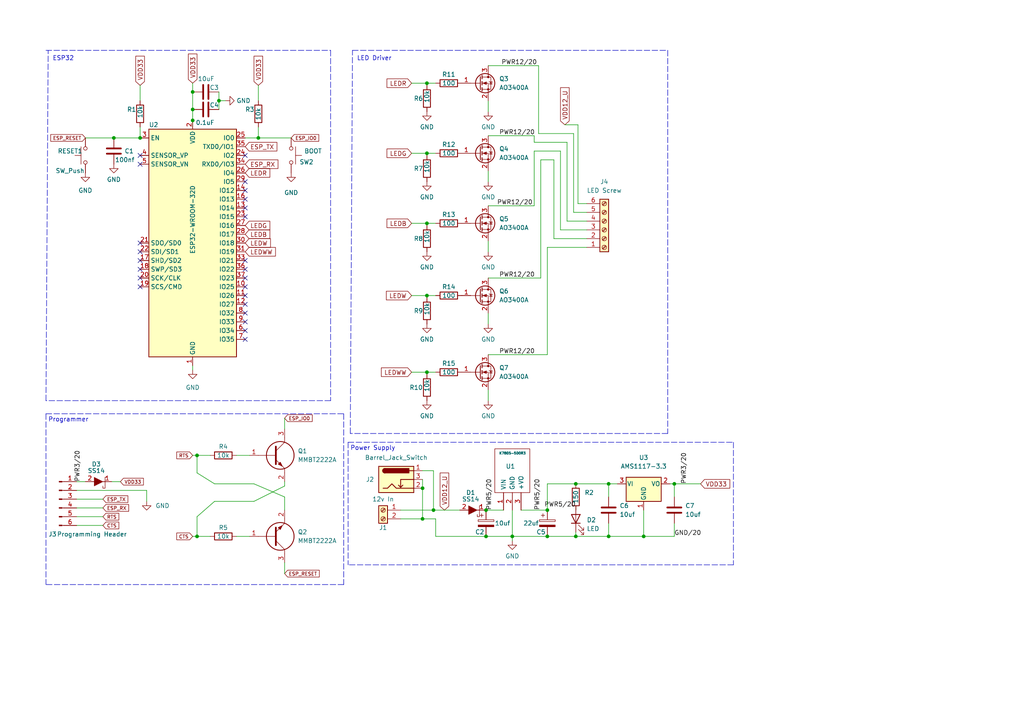
<source format=kicad_sch>
(kicad_sch (version 20211123) (generator eeschema)
  (paper "A4")
  (title_block (title "SmartRV-ESP32RGBWW") (date "2022-02-16") (rev "V1.0") (company "SmartRV") (comment 1 "Robin Brown") (comment 2 "robin@smartrv.uk") (comment 3 "www.smartrv.uk"))
  (lib_symbols
    (symbol "Connector:Barrel_Jack_Switch" (pin_names hide)
      (property "Reference" "J" (at 0 5.334 0))
      (property "Value" "Barrel_Jack_Switch" (at 0 -5.08 0))
      (symbol "Barrel_Jack_Switch_0_1"
        (rectangle (start -5.08 3.81) (end 5.08 -3.81) (stroke (width 0.254)) (fill (type background)))
        (arc (start -3.302 3.175) (mid -3.937 2.54) (end -3.302 1.905) (stroke (width 0.254)))
        (arc (start -3.302 3.175) (mid -3.937 2.54) (end -3.302 1.905) (stroke (width 0.254)) (fill (type outline)))
        (polyline (pts (xy 1.27 -2.286) (xy 1.905 -1.651)) (stroke (width 0.254)))
        (polyline (pts (xy 5.08 2.54) (xy 3.81 2.54)) (stroke (width 0.254)))
        (polyline (pts (xy 5.08 0) (xy 1.27 0) (xy 1.27 -2.286) (xy 0.635 -1.651)) (stroke (width 0.254)))
        (polyline (pts (xy -3.81 -2.54) (xy -2.54 -2.54) (xy -1.27 -1.27) (xy 0 -2.54) (xy 2.54 -2.54) (xy 5.08 -2.54)) (stroke (width 0.254)))
        (rectangle (start 3.683 3.175) (end -3.302 1.905) (stroke (width 0.254)) (fill (type outline)))
      )
      (symbol "Barrel_Jack_Switch_1_1"
        (pin passive line (at 7.62 2.54 180) (length 2.54) (name "~") (number "1"))
        (pin passive line (at 7.62 -2.54 180) (length 2.54) (name "~") (number "2"))
        (pin passive line (at 7.62 0 180) (length 2.54) (name "~") (number "3"))
      )
    )
    (symbol "Connector:Conn_01x06_Male" (pin_names (offset 1.016) hide)
      (property "Reference" "J" (at 0 7.62 0))
      (property "Value" "Conn_01x06_Male" (at 0 -10.16 0))
      (symbol "Conn_01x06_Male_1_1"
        (polyline (pts (xy 1.27 -7.62) (xy 0.8636 -7.62)) (stroke (width 0.1524)))
        (polyline (pts (xy 1.27 -5.08) (xy 0.8636 -5.08)) (stroke (width 0.1524)))
        (polyline (pts (xy 1.27 -2.54) (xy 0.8636 -2.54)) (stroke (width 0.1524)))
        (polyline (pts (xy 1.27 0) (xy 0.8636 0)) (stroke (width 0.1524)))
        (polyline (pts (xy 1.27 2.54) (xy 0.8636 2.54)) (stroke (width 0.1524)))
        (polyline (pts (xy 1.27 5.08) (xy 0.8636 5.08)) (stroke (width 0.1524)))
        (rectangle (start 0.8636 -7.493) (end 0 -7.747) (stroke (width 0.1524)) (fill (type outline)))
        (rectangle (start 0.8636 -4.953) (end 0 -5.207) (stroke (width 0.1524)) (fill (type outline)))
        (rectangle (start 0.8636 -2.413) (end 0 -2.667) (stroke (width 0.1524)) (fill (type outline)))
        (rectangle (start 0.8636 0.127) (end 0 -0.127) (stroke (width 0.1524)) (fill (type outline)))
        (rectangle (start 0.8636 2.667) (end 0 2.413) (stroke (width 0.1524)) (fill (type outline)))
        (rectangle (start 0.8636 5.207) (end 0 4.953) (stroke (width 0.1524)) (fill (type outline)))
        (pin passive line (at 5.08 5.08 180) (length 3.81) (name "Pin_1") (number "1"))
        (pin passive line (at 5.08 2.54 180) (length 3.81) (name "Pin_2") (number "2"))
        (pin passive line (at 5.08 0 180) (length 3.81) (name "Pin_3") (number "3"))
        (pin passive line (at 5.08 -2.54 180) (length 3.81) (name "Pin_4") (number "4"))
        (pin passive line (at 5.08 -5.08 180) (length 3.81) (name "Pin_5") (number "5"))
        (pin passive line (at 5.08 -7.62 180) (length 3.81) (name "Pin_6") (number "6"))
      )
    )
    (symbol "Connector:Screw_Terminal_01x02" (pin_names (offset 1.016) hide)
      (property "Reference" "J" (at 0 2.54 0))
      (property "Value" "Screw_Terminal_01x02" (at 0 -5.08 0))
      (symbol "Screw_Terminal_01x02_1_1"
        (rectangle (start -1.27 1.27) (end 1.27 -3.81) (stroke (width 0.254)) (fill (type background)))
        (circle (center 0 -2.54) (radius 0.635) (stroke (width 0.1524)))
        (polyline (pts (xy -0.5334 -2.2098) (xy 0.3302 -3.048)) (stroke (width 0.1524)))
        (polyline (pts (xy -0.5334 0.3302) (xy 0.3302 -0.508)) (stroke (width 0.1524)))
        (polyline (pts (xy -0.3556 -2.032) (xy 0.508 -2.8702)) (stroke (width 0.1524)))
        (polyline (pts (xy -0.3556 0.508) (xy 0.508 -0.3302)) (stroke (width 0.1524)))
        (circle (center 0 0) (radius 0.635) (stroke (width 0.1524)))
        (pin passive line (at -5.08 0 0) (length 3.81) (name "Pin_1") (number "1"))
        (pin passive line (at -5.08 -2.54 0) (length 3.81) (name "Pin_2") (number "2"))
      )
    )
    (symbol "Connector:Screw_Terminal_01x06" (pin_names (offset 1.016) hide)
      (property "Reference" "J" (at 0 7.62 0))
      (property "Value" "Screw_Terminal_01x06" (at 0 -10.16 0))
      (symbol "Screw_Terminal_01x06_1_1"
        (rectangle (start -1.27 6.35) (end 1.27 -8.89) (stroke (width 0.254)) (fill (type background)))
        (circle (center 0 -7.62) (radius 0.635) (stroke (width 0.1524)))
        (circle (center 0 -5.08) (radius 0.635) (stroke (width 0.1524)))
        (circle (center 0 -2.54) (radius 0.635) (stroke (width 0.1524)))
        (polyline (pts (xy -0.5334 -7.2898) (xy 0.3302 -8.128)) (stroke (width 0.1524)))
        (polyline (pts (xy -0.5334 -4.7498) (xy 0.3302 -5.588)) (stroke (width 0.1524)))
        (polyline (pts (xy -0.5334 -2.2098) (xy 0.3302 -3.048)) (stroke (width 0.1524)))
        (polyline (pts (xy -0.5334 0.3302) (xy 0.3302 -0.508)) (stroke (width 0.1524)))
        (polyline (pts (xy -0.5334 2.8702) (xy 0.3302 2.032)) (stroke (width 0.1524)))
        (polyline (pts (xy -0.5334 5.4102) (xy 0.3302 4.572)) (stroke (width 0.1524)))
        (polyline (pts (xy -0.3556 -7.112) (xy 0.508 -7.9502)) (stroke (width 0.1524)))
        (polyline (pts (xy -0.3556 -4.572) (xy 0.508 -5.4102)) (stroke (width 0.1524)))
        (polyline (pts (xy -0.3556 -2.032) (xy 0.508 -2.8702)) (stroke (width 0.1524)))
        (polyline (pts (xy -0.3556 0.508) (xy 0.508 -0.3302)) (stroke (width 0.1524)))
        (polyline (pts (xy -0.3556 3.048) (xy 0.508 2.2098)) (stroke (width 0.1524)))
        (polyline (pts (xy -0.3556 5.588) (xy 0.508 4.7498)) (stroke (width 0.1524)))
        (circle (center 0 0) (radius 0.635) (stroke (width 0.1524)))
        (circle (center 0 2.54) (radius 0.635) (stroke (width 0.1524)))
        (circle (center 0 5.08) (radius 0.635) (stroke (width 0.1524)))
        (pin passive line (at -5.08 5.08 0) (length 3.81) (name "Pin_1") (number "1"))
        (pin passive line (at -5.08 2.54 0) (length 3.81) (name "Pin_2") (number "2"))
        (pin passive line (at -5.08 0 0) (length 3.81) (name "Pin_3") (number "3"))
        (pin passive line (at -5.08 -2.54 0) (length 3.81) (name "Pin_4") (number "4"))
        (pin passive line (at -5.08 -5.08 0) (length 3.81) (name "Pin_5") (number "5"))
        (pin passive line (at -5.08 -7.62 0) (length 3.81) (name "Pin_6") (number "6"))
      )
    )
    (symbol "Device:C" (pin_numbers hide) (pin_names (offset 0.254))
      (property "Reference" "C" (at 0.635 2.54 0))
      (property "Value" "C" (at 0.635 -2.54 0))
      (symbol "C_0_1"
        (polyline (pts (xy -2.032 -0.762) (xy 2.032 -0.762)) (stroke (width 0.508)))
        (polyline (pts (xy -2.032 0.762) (xy 2.032 0.762)) (stroke (width 0.508)))
      )
      (symbol "C_1_1"
        (pin passive line (at 0 3.81 270) (length 2.794) (name "~") (number "1"))
        (pin passive line (at 0 -3.81 90) (length 2.794) (name "~") (number "2"))
      )
    )
    (symbol "Device:C_Polarized" (pin_numbers hide) (pin_names (offset 0.254))
      (property "Reference" "C" (at 0.635 2.54 0))
      (property "Value" "C_Polarized" (at 0.635 -2.54 0))
      (symbol "C_Polarized_0_1"
        (rectangle (start -2.286 0.508) (end 2.286 1.016))
        (polyline (pts (xy -1.778 2.286) (xy -0.762 2.286)))
        (polyline (pts (xy -1.27 2.794) (xy -1.27 1.778)))
        (rectangle (start 2.286 -0.508) (end -2.286 -1.016) (fill (type outline)))
      )
      (symbol "C_Polarized_1_1"
        (pin passive line (at 0 3.81 270) (length 2.794) (name "~") (number "1"))
        (pin passive line (at 0 -3.81 90) (length 2.794) (name "~") (number "2"))
      )
    )
    (symbol "Device:LED" (pin_numbers hide) (pin_names (offset 1.016) hide)
      (property "Reference" "D" (at 0 2.54 0))
      (property "Value" "LED" (at 0 -2.54 0))
      (symbol "LED_0_1"
        (polyline (pts (xy -1.27 -1.27) (xy -1.27 1.27)) (stroke (width 0.254)))
        (polyline (pts (xy -1.27 0) (xy 1.27 0)))
        (polyline (pts (xy 1.27 -1.27) (xy 1.27 1.27) (xy -1.27 0) (xy 1.27 -1.27)) (stroke (width 0.254)))
        (polyline (pts (xy -3.048 -0.762) (xy -4.572 -2.286) (xy -3.81 -2.286) (xy -4.572 -2.286) (xy -4.572 -1.524)))
        (polyline (pts (xy -1.778 -0.762) (xy -3.302 -2.286) (xy -2.54 -2.286) (xy -3.302 -2.286) (xy -3.302 -1.524)))
      )
      (symbol "LED_1_1"
        (pin passive line (at -3.81 0 0) (length 2.54) (name "K") (number "1"))
        (pin passive line (at 3.81 0 180) (length 2.54) (name "A") (number "2"))
      )
    )
    (symbol "Device:R" (pin_numbers hide) (pin_names (offset 0))
      (property "Reference" "R" (at 2.032 0 90))
      (property "Value" "R" (at 0 0 90))
      (symbol "R_0_1"
        (rectangle (start -1.016 -2.54) (end 1.016 2.54) (stroke (width 0.254)))
      )
      (symbol "R_1_1"
        (pin passive line (at 0 3.81 270) (length 1.27) (name "~") (number "1"))
        (pin passive line (at 0 -3.81 90) (length 1.27) (name "~") (number "2"))
      )
    )
    (symbol "RF_Module:ESP32-WROOM-32D"
      (property "Reference" "U" (at -12.7 34.29 0))
      (property "Value" "ESP32-WROOM-32D" (at 1.27 34.29 0))
      (symbol "ESP32-WROOM-32D_0_1"
        (rectangle (start -12.7 33.02) (end 12.7 -33.02) (stroke (width 0.254)) (fill (type background)))
      )
      (symbol "ESP32-WROOM-32D_1_1"
        (pin power_in line (at 0 -35.56 90) (length 2.54) (name "GND") (number "1"))
        (pin bidirectional line (at 15.24 -12.7 180) (length 2.54) (name "IO25") (number "10"))
        (pin bidirectional line (at 15.24 -15.24 180) (length 2.54) (name "IO26") (number "11"))
        (pin bidirectional line (at 15.24 -17.78 180) (length 2.54) (name "IO27") (number "12"))
        (pin bidirectional line (at 15.24 10.16 180) (length 2.54) (name "IO14") (number "13"))
        (pin bidirectional line (at 15.24 15.24 180) (length 2.54) (name "IO12") (number "14"))
        (pin passive line (at 0 -35.56 90) (length 2.54) hide (name "GND") (number "15"))
        (pin bidirectional line (at 15.24 12.7 180) (length 2.54) (name "IO13") (number "16"))
        (pin bidirectional line (at -15.24 -5.08 0) (length 2.54) (name "SHD/SD2") (number "17"))
        (pin bidirectional line (at -15.24 -7.62 0) (length 2.54) (name "SWP/SD3") (number "18"))
        (pin bidirectional line (at -15.24 -12.7 0) (length 2.54) (name "SCS/CMD") (number "19"))
        (pin power_in line (at 0 35.56 270) (length 2.54) (name "VDD") (number "2"))
        (pin bidirectional line (at -15.24 -10.16 0) (length 2.54) (name "SCK/CLK") (number "20"))
        (pin bidirectional line (at -15.24 0 0) (length 2.54) (name "SDO/SD0") (number "21"))
        (pin bidirectional line (at -15.24 -2.54 0) (length 2.54) (name "SDI/SD1") (number "22"))
        (pin bidirectional line (at 15.24 7.62 180) (length 2.54) (name "IO15") (number "23"))
        (pin bidirectional line (at 15.24 25.4 180) (length 2.54) (name "IO2") (number "24"))
        (pin bidirectional line (at 15.24 30.48 180) (length 2.54) (name "IO0") (number "25"))
        (pin bidirectional line (at 15.24 20.32 180) (length 2.54) (name "IO4") (number "26"))
        (pin bidirectional line (at 15.24 5.08 180) (length 2.54) (name "IO16") (number "27"))
        (pin bidirectional line (at 15.24 2.54 180) (length 2.54) (name "IO17") (number "28"))
        (pin bidirectional line (at 15.24 17.78 180) (length 2.54) (name "IO5") (number "29"))
        (pin input line (at -15.24 30.48 0) (length 2.54) (name "EN") (number "3"))
        (pin bidirectional line (at 15.24 0 180) (length 2.54) (name "IO18") (number "30"))
        (pin bidirectional line (at 15.24 -2.54 180) (length 2.54) (name "IO19") (number "31"))
        (pin no_connect line (at -12.7 -27.94 0) (length 2.54) hide (name "NC") (number "32"))
        (pin bidirectional line (at 15.24 -5.08 180) (length 2.54) (name "IO21") (number "33"))
        (pin bidirectional line (at 15.24 22.86 180) (length 2.54) (name "RXD0/IO3") (number "34"))
        (pin bidirectional line (at 15.24 27.94 180) (length 2.54) (name "TXD0/IO1") (number "35"))
        (pin bidirectional line (at 15.24 -7.62 180) (length 2.54) (name "IO22") (number "36"))
        (pin bidirectional line (at 15.24 -10.16 180) (length 2.54) (name "IO23") (number "37"))
        (pin passive line (at 0 -35.56 90) (length 2.54) hide (name "GND") (number "38"))
        (pin passive line (at 0 -35.56 90) (length 2.54) hide (name "GND") (number "39"))
        (pin input line (at -15.24 25.4 0) (length 2.54) (name "SENSOR_VP") (number "4"))
        (pin input line (at -15.24 22.86 0) (length 2.54) (name "SENSOR_VN") (number "5"))
        (pin input line (at 15.24 -25.4 180) (length 2.54) (name "IO34") (number "6"))
        (pin input line (at 15.24 -27.94 180) (length 2.54) (name "IO35") (number "7"))
        (pin bidirectional line (at 15.24 -20.32 180) (length 2.54) (name "IO32") (number "8"))
        (pin bidirectional line (at 15.24 -22.86 180) (length 2.54) (name "IO33") (number "9"))
      )
    )
    (symbol "Regulator_Linear:AMS1117-3.3" (pin_names (offset 0.254))
      (property "Reference" "U" (at -3.81 3.175 0))
      (property "Value" "AMS1117-3.3" (at 0 3.175 0))
      (symbol "AMS1117-3.3_0_1"
        (rectangle (start -5.08 -5.08) (end 5.08 1.905) (stroke (width 0.254)) (fill (type background)))
      )
      (symbol "AMS1117-3.3_1_1"
        (pin power_in line (at 0 -7.62 90) (length 2.54) (name "GND") (number "1"))
        (pin power_out line (at 7.62 0 180) (length 2.54) (name "VO") (number "2"))
        (pin power_in line (at -7.62 0 0) (length 2.54) (name "VI") (number "3"))
      )
    )
    (symbol "SS14_1" (pin_names (offset 0.762))
      (property "Reference" "D" (at 12.7 8.89 0))
      (property "Value" "SS14_1" (at 12.7 6.35 0))
      (symbol "SS14_1_0_0"
        (pin passive line (at 1.27 11.43 0) (length 2.54) (name "~") (number "1"))
        (pin passive line (at 8.89 11.43 180) (length 2.54) (name "~") (number "2"))
      )
      (symbol "SS14_1_0_1"
        (polyline (pts (xy 3.175 11.43) (xy 3.175 10.16) (xy 2.54 10.16) (xy 2.54 10.795)))
        (polyline (pts (xy 3.175 11.43) (xy 3.175 13.335) (xy 3.81 13.335) (xy 3.81 12.7)))
        (polyline (pts (xy 3.81 11.43) (xy 6.35 12.7) (xy 6.35 10.16) (xy 3.81 11.43)) (stroke (width 0.1)) (fill (type outline)))
      )
    )
    (symbol "SamacSys_Parts:K7805-500R3" (pin_names (offset 0.762))
      (property "Reference" "PS" (at 19.05 7.62 0))
      (property "Value" "K7805-500R3" (at 19.05 5.08 0))
      (symbol "K7805-500R3_0_0"
        (pin passive line (at 0 0 0) (length 5.08) (name "VIN") (number "1"))
        (pin passive line (at 0 -2.54 0) (length 5.08) (name "GND") (number "2"))
        (pin passive line (at 0 -5.08 0) (length 5.08) (name "+VO") (number "3"))
      )
      (symbol "K7805-500R3_0_1"
        (polyline (pts (xy 5.08 2.54) (xy 17.78 2.54) (xy 17.78 -7.62) (xy 5.08 -7.62) (xy 5.08 2.54)) (stroke (width 0.1524)))
      )
    )
    (symbol "SamacSys_Parts:MMBT2222A" (pin_names (offset 0.762))
      (property "Reference" "Q" (at 13.97 1.27 0))
      (property "Value" "MMBT2222A" (at 13.97 -1.27 0))
      (symbol "MMBT2222A_0_0"
        (pin passive line (at 0 0 0) (length 2.54) (name "~") (number "1"))
        (pin passive line (at 10.16 -7.62 90) (length 2.54) (name "~") (number "2"))
        (pin passive line (at 10.16 7.62 270) (length 2.54) (name "~") (number "3"))
      )
      (symbol "MMBT2222A_0_1"
        (polyline (pts (xy 2.54 0) (xy 7.62 0)) (stroke (width 0.1524)))
        (polyline (pts (xy 7.62 -1.27) (xy 10.16 -3.81)) (stroke (width 0.1524)))
        (polyline (pts (xy 7.62 1.27) (xy 10.16 3.81)) (stroke (width 0.1524)))
        (polyline (pts (xy 7.62 2.54) (xy 7.62 -2.54)) (stroke (width 0.508)))
        (polyline (pts (xy 10.16 -3.81) (xy 10.16 -5.08)) (stroke (width 0.1524)))
        (polyline (pts (xy 10.16 3.81) (xy 10.16 5.08)) (stroke (width 0.1524)))
        (polyline (pts (xy 8.382 -2.54) (xy 8.89 -2.032) (xy 9.398 -3.048) (xy 8.382 -2.54)) (stroke (width 0.254)) (fill (type outline)))
        (circle (center 8.89 0) (radius 4.0132) (stroke (width 0.254)))
      )
    )
    (symbol "Switch:SW_Push" (pin_numbers hide) (pin_names (offset 1.016) hide)
      (property "Reference" "SW" (at 1.27 2.54 0))
      (property "Value" "SW_Push" (at 0 -1.524 0))
      (symbol "SW_Push_0_1"
        (circle (center -2.032 0) (radius 0.508))
        (polyline (pts (xy 0 1.27) (xy 0 3.048)))
        (polyline (pts (xy 2.54 1.27) (xy -2.54 1.27)))
        (circle (center 2.032 0) (radius 0.508))
        (pin passive line (at -5.08 0 0) (length 2.54) (name "1") (number "1"))
        (pin passive line (at 5.08 0 180) (length 2.54) (name "2") (number "2"))
      )
    )
    (symbol "Transistor_FET:AO3400A" (pin_names hide)
      (property "Reference" "Q" (at 5.08 1.905 0))
      (property "Value" "AO3400A" (at 5.08 0 0))
      (symbol "AO3400A_0_1"
        (polyline (pts (xy 0.254 0) (xy -2.54 0)))
        (polyline (pts (xy 0.254 1.905) (xy 0.254 -1.905)) (stroke (width 0.254)))
        (polyline (pts (xy 0.762 -1.27) (xy 0.762 -2.286)) (stroke (width 0.254)))
        (polyline (pts (xy 0.762 0.508) (xy 0.762 -0.508)) (stroke (width 0.254)))
        (polyline (pts (xy 0.762 2.286) (xy 0.762 1.27)) (stroke (width 0.254)))
        (polyline (pts (xy 2.54 2.54) (xy 2.54 1.778)))
        (polyline (pts (xy 2.54 -2.54) (xy 2.54 0) (xy 0.762 0)))
        (polyline (pts (xy 0.762 -1.778) (xy 3.302 -1.778) (xy 3.302 1.778) (xy 0.762 1.778)))
        (polyline (pts (xy 1.016 0) (xy 2.032 0.381) (xy 2.032 -0.381) (xy 1.016 0)) (fill (type outline)))
        (polyline (pts (xy 2.794 0.508) (xy 2.921 0.381) (xy 3.683 0.381) (xy 3.81 0.254)))
        (polyline (pts (xy 3.302 0.381) (xy 2.921 -0.254) (xy 3.683 -0.254) (xy 3.302 0.381)))
        (circle (center 1.651 0) (radius 2.794) (stroke (width 0.254)))
        (circle (center 2.54 -1.778) (radius 0.254) (fill (type outline)))
        (circle (center 2.54 1.778) (radius 0.254) (fill (type outline)))
      )
      (symbol "AO3400A_1_1"
        (pin input line (at -5.08 0 0) (length 2.54) (name "G") (number "1"))
        (pin passive line (at 2.54 -5.08 90) (length 2.54) (name "S") (number "2"))
        (pin passive line (at 2.54 5.08 270) (length 2.54) (name "D") (number "3"))
      )
    )
    (symbol "power:GND" (power) (pin_names (offset 0))
      (property "Value" "GND" (at 0 -3.81 0))
      (symbol "GND_0_1"
        (polyline (pts (xy 0 0) (xy 0 -1.27) (xy 1.27 -1.27) (xy 0 -2.54) (xy -1.27 -1.27) (xy 0 -1.27)))
      )
      (symbol "GND_1_1"
        (pin power_in line (at 0 0 270) (length 0) hide (name "GND") (number "1"))
      )
    )
  )
  (junction (at 123.825 44.45))
  (junction (at 195.58 140.335))
  (junction (at 55.88 31.75))
  (junction (at 123.825 64.77))
  (junction (at 158.75 155.575))
  (junction (at 74.93 40.005))
  (junction (at 140.97 155.575))
  (junction (at 123.825 107.95))
  (junction (at 123.825 85.725))
  (junction (at 158.75 147.955))
  (junction (at 40.64 40.005))
  (junction (at 123.825 24.13))
  (junction (at 63.5 29.21))
  (junction (at 186.69 155.575))
  (junction (at 33.02 40.005))
  (junction (at 122.555 150.495))
  (junction (at 176.53 155.575))
  (junction (at 57.15 155.575))
  (junction (at 167.005 155.575))
  (junction (at 167.005 140.335))
  (junction (at 140.97 147.955))
  (junction (at 55.88 26.67))
  (junction (at 148.59 155.575))
  (junction (at 125.73 147.955))
  (junction (at 122.555 141.605))
  (junction (at 57.15 132.08))
  (junction (at 176.53 140.335))
  (junction (at 55.88 34.925))
  (no_connect (at 71.12 78.105))
  (no_connect (at 71.12 75.565))
  (no_connect (at 71.12 83.185))
  (no_connect (at 71.12 95.885))
  (no_connect (at 71.12 98.425))
  (no_connect (at 40.64 70.485))
  (no_connect (at 40.64 80.645))
  (no_connect (at 40.64 75.565))
  (no_connect (at 40.64 78.105))
  (no_connect (at 40.64 83.185))
  (no_connect (at 40.64 73.025))
  (no_connect (at 71.12 85.725))
  (no_connect (at 71.12 88.265))
  (no_connect (at 71.12 93.345))
  (no_connect (at 71.12 90.805))
  (no_connect (at 71.12 52.705))
  (no_connect (at 71.12 80.645))
  (no_connect (at 71.12 62.865))
  (no_connect (at 71.12 57.785))
  (no_connect (at 71.12 60.325))
  (no_connect (at 40.64 45.085))
  (no_connect (at 40.64 47.625))
  (no_connect (at 71.12 45.085))
  (no_connect (at 71.12 55.245))
  (wire (pts (xy 55.88 31.75) (xy 55.88 34.925)))
  (wire (pts (xy 141.605 102.87) (xy 158.75 102.87)))
  (wire (pts (xy 158.75 155.575) (xy 167.005 155.575)))
  (wire (pts (xy 62.23 145.415) (xy 73.66 145.415)))
  (wire (pts (xy 148.59 155.575) (xy 158.75 155.575)))
  (polyline (pts (xy 99.695 120.015) (xy 99.695 169.545)))
  (wire (pts (xy 156.21 19.05) (xy 156.21 38.735)))
  (wire (pts (xy 33.02 40.005) (xy 40.64 40.005)))
  (wire (pts (xy 123.825 85.725) (xy 126.365 85.725)))
  (wire (pts (xy 141.605 80.645) (xy 156.845 80.645)))
  (wire (pts (xy 55.88 34.925) (xy 55.88 36.83)))
  (wire (pts (xy 125.73 136.525) (xy 125.73 147.955)))
  (wire (pts (xy 122.555 150.495) (xy 126.365 150.495)))
  (wire (pts (xy 176.53 140.335) (xy 176.53 144.145)))
  (wire (pts (xy 63.5 26.67) (xy 63.5 29.21)))
  (wire (pts (xy 55.88 26.67) (xy 55.88 31.75)))
  (wire (pts (xy 55.88 155.575) (xy 57.15 155.575)))
  (polyline (pts (xy 13.335 120.015) (xy 99.695 120.015)))
  (wire (pts (xy 63.5 29.21) (xy 63.5 31.75)))
  (wire (pts (xy 141.605 113.03) (xy 141.605 116.205)))
  (wire (pts (xy 125.73 147.955) (xy 133.35 147.955)))
  (wire (pts (xy 167.005 140.335) (xy 158.75 140.335)))
  (wire (pts (xy 71.12 40.005) (xy 74.93 40.005)))
  (polyline (pts (xy 193.675 125.73) (xy 101.6 125.73)))
  (wire (pts (xy 123.825 64.77) (xy 123.825 65.405)))
  (wire (pts (xy 166.37 61.595) (xy 170.18 61.595)))
  (wire (pts (xy 82.55 144.145) (xy 82.55 147.955)))
  (wire (pts (xy 194.31 140.335) (xy 195.58 140.335)))
  (wire (pts (xy 119.38 64.77) (xy 123.825 64.77)))
  (wire (pts (xy 176.53 155.575) (xy 167.005 155.575)))
  (polyline (pts (xy 100.965 128.27) (xy 100.965 163.83)))
  (wire (pts (xy 116.205 150.495) (xy 122.555 150.495)))
  (wire (pts (xy 122.555 139.065) (xy 122.555 141.605)))
  (wire (pts (xy 42.545 142.24) (xy 22.225 142.24)))
  (wire (pts (xy 29.845 144.78) (xy 22.225 144.78)))
  (wire (pts (xy 123.825 107.95) (xy 126.365 107.95)))
  (wire (pts (xy 167.64 59.055) (xy 170.18 59.055)))
  (wire (pts (xy 140.97 155.575) (xy 148.59 155.575)))
  (wire (pts (xy 40.64 24.765) (xy 40.64 29.21)))
  (wire (pts (xy 195.58 155.575) (xy 186.69 155.575)))
  (polyline (pts (xy 193.675 14.605) (xy 193.675 125.73)))
  (wire (pts (xy 140.97 148.59) (xy 140.97 147.955)))
  (wire (pts (xy 167.64 36.195) (xy 167.64 59.055)))
  (wire (pts (xy 167.005 140.335) (xy 176.53 140.335)))
  (polyline (pts (xy 95.885 116.205) (xy 13.335 116.205)))
  (wire (pts (xy 176.53 140.335) (xy 179.07 140.335)))
  (wire (pts (xy 82.55 140.97) (xy 82.55 139.7)))
  (wire (pts (xy 176.53 151.765) (xy 176.53 155.575)))
  (wire (pts (xy 68.58 132.08) (xy 72.39 132.08)))
  (wire (pts (xy 119.38 44.45) (xy 123.825 44.45)))
  (wire (pts (xy 163.83 36.195) (xy 167.64 36.195)))
  (wire (pts (xy 55.88 107.315) (xy 55.88 106.045)))
  (wire (pts (xy 126.365 150.495) (xy 126.365 155.575)))
  (wire (pts (xy 73.66 140.335) (xy 82.55 144.145)))
  (wire (pts (xy 123.825 24.13) (xy 123.825 24.765)))
  (wire (pts (xy 29.845 147.32) (xy 22.225 147.32)))
  (wire (pts (xy 158.75 140.335) (xy 158.75 147.955)))
  (wire (pts (xy 195.58 140.335) (xy 195.58 144.145)))
  (wire (pts (xy 42.545 145.415) (xy 42.545 142.24)))
  (wire (pts (xy 123.825 44.45) (xy 123.825 45.085)))
  (wire (pts (xy 160.655 69.215) (xy 170.18 69.215)))
  (wire (pts (xy 29.845 149.86) (xy 22.225 149.86)))
  (polyline (pts (xy 99.695 169.545) (xy 13.335 169.545)))
  (wire (pts (xy 123.825 44.45) (xy 126.365 44.45)))
  (wire (pts (xy 68.58 155.575) (xy 72.39 155.575)))
  (wire (pts (xy 74.93 24.765) (xy 74.93 29.21)))
  (wire (pts (xy 148.59 147.955) (xy 148.59 155.575)))
  (wire (pts (xy 119.38 24.13) (xy 123.825 24.13)))
  (wire (pts (xy 195.58 140.335) (xy 203.2 140.335)))
  (polyline (pts (xy 212.725 163.83) (xy 100.965 163.83)))
  (wire (pts (xy 119.38 85.725) (xy 123.825 85.725)))
  (polyline (pts (xy 101.6 125.73) (xy 102.235 14.605)))
  (wire (pts (xy 29.845 152.4) (xy 22.225 152.4)))
  (polyline (pts (xy 13.335 14.605) (xy 95.885 14.605)))
  (wire (pts (xy 24.765 139.7) (xy 22.225 139.7)))
  (wire (pts (xy 119.38 107.95) (xy 123.825 107.95)))
  (wire (pts (xy 141.605 19.05) (xy 156.21 19.05)))
  (wire (pts (xy 141.605 59.69) (xy 154.94 59.69)))
  (wire (pts (xy 151.13 147.955) (xy 158.75 147.955)))
  (wire (pts (xy 158.75 102.87) (xy 158.75 71.755)))
  (wire (pts (xy 57.15 132.08) (xy 60.96 132.08)))
  (wire (pts (xy 141.605 39.37) (xy 154.94 39.37)))
  (wire (pts (xy 160.655 46.355) (xy 160.655 69.215)))
  (wire (pts (xy 73.66 145.415) (xy 82.55 140.97)))
  (wire (pts (xy 164.465 64.135) (xy 170.18 64.135)))
  (wire (pts (xy 162.56 66.675) (xy 170.18 66.675)))
  (wire (pts (xy 123.825 85.725) (xy 123.825 86.36)))
  (wire (pts (xy 62.23 140.335) (xy 73.66 140.335)))
  (wire (pts (xy 158.75 71.755) (xy 170.18 71.755)))
  (wire (pts (xy 57.15 155.575) (xy 57.15 149.86)))
  (polyline (pts (xy 212.725 128.27) (xy 212.725 163.83)))
  (wire (pts (xy 40.64 36.83) (xy 40.64 40.005)))
  (wire (pts (xy 74.93 36.83) (xy 74.93 40.005)))
  (wire (pts (xy 167.005 154.305) (xy 167.005 155.575)))
  (wire (pts (xy 164.465 41.275) (xy 164.465 64.135)))
  (wire (pts (xy 141.605 69.85) (xy 141.605 73.025)))
  (wire (pts (xy 141.605 49.53) (xy 141.605 52.705)))
  (wire (pts (xy 57.15 137.16) (xy 62.23 140.335)))
  (wire (pts (xy 82.55 163.195) (xy 82.55 166.37)))
  (wire (pts (xy 141.605 90.805) (xy 141.605 93.98)))
  (wire (pts (xy 154.94 59.69) (xy 154.94 43.815)))
  (wire (pts (xy 162.56 43.815) (xy 162.56 66.675)))
  (wire (pts (xy 156.845 80.645) (xy 156.845 46.355)))
  (polyline (pts (xy 100.965 128.27) (xy 212.725 128.27)))
  (wire (pts (xy 24.765 40.005) (xy 33.02 40.005)))
  (wire (pts (xy 154.94 43.815) (xy 162.56 43.815)))
  (polyline (pts (xy 13.335 120.015) (xy 13.335 169.545)))
  (wire (pts (xy 123.825 107.95) (xy 123.825 108.585)))
  (wire (pts (xy 123.825 24.13) (xy 126.365 24.13)))
  (wire (pts (xy 166.37 38.735) (xy 166.37 61.595)))
  (wire (pts (xy 74.93 40.005) (xy 84.455 40.005)))
  (wire (pts (xy 57.15 132.08) (xy 57.15 137.16)))
  (wire (pts (xy 65.405 29.21) (xy 63.5 29.21)))
  (wire (pts (xy 156.21 38.735) (xy 166.37 38.735)))
  (wire (pts (xy 82.55 121.285) (xy 82.55 124.46)))
  (wire (pts (xy 167.005 146.685) (xy 167.005 147.955)))
  (wire (pts (xy 122.555 136.525) (xy 125.73 136.525)))
  (wire (pts (xy 57.15 149.86) (xy 62.23 145.415)))
  (polyline (pts (xy 13.335 116.205) (xy 13.97 14.605)))
  (wire (pts (xy 141.605 29.21) (xy 141.605 32.385)))
  (wire (pts (xy 140.97 147.955) (xy 146.05 147.955)))
  (wire (pts (xy 122.555 141.605) (xy 122.555 150.495)))
  (wire (pts (xy 154.94 39.37) (xy 154.94 41.275)))
  (wire (pts (xy 156.845 46.355) (xy 160.655 46.355)))
  (wire (pts (xy 123.825 64.77) (xy 126.365 64.77)))
  (wire (pts (xy 195.58 151.765) (xy 195.58 155.575)))
  (polyline (pts (xy 102.235 14.605) (xy 193.675 14.605)))
  (wire (pts (xy 186.69 155.575) (xy 176.53 155.575)))
  (polyline (pts (xy 95.885 14.605) (xy 95.885 116.205)))
  (wire (pts (xy 57.15 155.575) (xy 60.96 155.575)))
  (wire (pts (xy 116.205 147.955) (xy 125.73 147.955)))
  (wire (pts (xy 126.365 155.575) (xy 140.97 155.575)))
  (wire (pts (xy 148.59 156.845) (xy 148.59 155.575)))
  (wire (pts (xy 154.94 41.275) (xy 164.465 41.275)))
  (wire (pts (xy 34.925 139.7) (xy 32.385 139.7)))
  (wire (pts (xy 55.88 132.08) (xy 57.15 132.08)))
  (wire (pts (xy 186.69 147.955) (xy 186.69 155.575)))
  (wire (pts (xy 55.88 24.13) (xy 55.88 26.67)))
  (text "ESP32" (at 15.24 17.78 0) (effects (font (size 1.27 1.27)) (justify left bottom)))
  (text "Power Supply\n" (at 101.6 130.81 0) (effects (font (size 1.27 1.27)) (justify left bottom)))
  (text "Programmer\n" (at 13.97 122.555 0) (effects (font (size 1.27 1.27)) (justify left bottom)))
  (text "LED Driver\n" (at 103.505 17.78 0) (effects (font (size 1.27 1.27)) (justify left bottom)))
  (label "PWR5{slash}20" (at 156.845 147.955 90))
  (label "PWR3{slash}20" (at 23.495 139.7 90))
  (label "PWR12{slash}20" (at 144.78 80.645 0))
  (label "PWR5{slash}20" (at 142.875 147.955 90))
  (label "PWR12{slash}20" (at 144.78 102.87 0))
  (label "PWR12{slash}20" (at 144.78 39.37 0))
  (label "PWR12{slash}20" (at 144.145 59.69 0))
  (label "GND{slash}20" (at 195.58 155.575 0))
  (label "PWR5{slash}20" (at 167.005 147.32 180))
  (label "PWR12{slash}20" (at 145.415 19.05 0))
  (label "PWR3{slash}20" (at 199.39 140.335 90))
  (global_label "LEDB" (shape input) (at 119.38 64.77 180) (property "Intersheet References" "${INTERSHEET_REFS}" (effects hide)))
  (global_label "LEDR" (shape input) (at 119.38 24.13 180) (property "Intersheet References" "${INTERSHEET_REFS}" (effects hide)))
  (global_label "ESP_TX" (shape input) (at 29.845 144.78 0) (effects (font (size 1 1))) (property "Intersheet References" "${INTERSHEET_REFS}" (effects hide)))
  (global_label "ESP_IO0" (shape input) (at 84.455 40.005 0) (effects (font (size 1 1))) (property "Intersheet References" "${INTERSHEET_REFS}" (effects hide)))
  (global_label "LEDW" (shape input) (at 119.38 85.725 180) (property "Intersheet References" "${INTERSHEET_REFS}" (effects hide)))
  (global_label "ESP_IO0" (shape input) (at 82.55 121.285 0) (effects (font (size 1 1))) (property "Intersheet References" "${INTERSHEET_REFS}" (effects hide)))
  (global_label "ESP_TX" (shape input) (at 71.12 42.545 0) (property "Intersheet References" "${INTERSHEET_REFS}" (effects hide)))
  (global_label "VDD33" (shape input) (at 40.64 24.765 90) (property "Intersheet References" "${INTERSHEET_REFS}" (effects hide)))
  (global_label "RTS" (shape input) (at 29.845 149.86 0) (effects (font (size 1 1))) (property "Intersheet References" "${INTERSHEET_REFS}" (effects hide)))
  (global_label "ESP_RESET" (shape input) (at 24.765 40.005 180) (effects (font (size 1 1))) (property "Intersheet References" "${INTERSHEET_REFS}" (effects hide)))
  (global_label "VDD33" (shape input) (at 203.2 140.335 0) (property "Intersheet References" "${INTERSHEET_REFS}" (effects hide)))
  (global_label "VDD33" (shape input) (at 74.93 24.765 90) (property "Intersheet References" "${INTERSHEET_REFS}" (effects hide)))
  (global_label "ESP_RX" (shape input) (at 71.12 47.625 0) (property "Intersheet References" "${INTERSHEET_REFS}" (effects hide)))
  (global_label "LEDWW" (shape input) (at 119.38 107.95 180) (property "Intersheet References" "${INTERSHEET_REFS}" (effects hide)))
  (global_label "ESP_RESET" (shape input) (at 82.55 166.37 0) (effects (font (size 1 1))) (property "Intersheet References" "${INTERSHEET_REFS}" (effects hide)))
  (global_label "LEDG" (shape input) (at 119.38 44.45 180) (property "Intersheet References" "${INTERSHEET_REFS}" (effects hide)))
  (global_label "CTS" (shape input) (at 55.88 155.575 180) (effects (font (size 1 1))) (property "Intersheet References" "${INTERSHEET_REFS}" (effects hide)))
  (global_label "LEDG" (shape input) (at 71.12 65.405 0) (property "Intersheet References" "${INTERSHEET_REFS}" (effects hide)))
  (global_label "VDD12_U" (shape input) (at 128.905 147.955 90) (property "Intersheet References" "${INTERSHEET_REFS}" (effects hide)))
  (global_label "LEDR" (shape input) (at 71.12 50.165 0) (property "Intersheet References" "${INTERSHEET_REFS}" (effects hide)))
  (global_label "VDD33" (shape input) (at 34.925 139.7 0) (effects (font (size 1 1))) (property "Intersheet References" "${INTERSHEET_REFS}" (effects hide)))
  (global_label "VDD33" (shape input) (at 55.88 24.13 90) (property "Intersheet References" "${INTERSHEET_REFS}" (effects hide)))
  (global_label "VDD12_U" (shape input) (at 163.83 36.195 90) (property "Intersheet References" "${INTERSHEET_REFS}" (effects hide)))
  (global_label "LEDW" (shape input) (at 71.12 70.485 0) (property "Intersheet References" "${INTERSHEET_REFS}" (effects hide)))
  (global_label "CTS" (shape input) (at 29.845 152.4 0) (effects (font (size 1 1))) (property "Intersheet References" "${INTERSHEET_REFS}" (effects hide)))
  (global_label "LEDWW" (shape input) (at 71.12 73.025 0) (property "Intersheet References" "${INTERSHEET_REFS}" (effects hide)))
  (global_label "LEDB" (shape input) (at 71.12 67.945 0) (property "Intersheet References" "${INTERSHEET_REFS}" (effects hide)))
  (global_label "ESP_RX" (shape input) (at 29.845 147.32 0) (effects (font (size 1 1))) (property "Intersheet References" "${INTERSHEET_REFS}" (effects hide)))
  (global_label "RTS" (shape input) (at 55.88 132.08 180) (effects (font (size 1 1))) (property "Intersheet References" "${INTERSHEET_REFS}" (effects hide)))
  (symbol (lib_id "Transistor_FET:AO3400A") (at 139.065 24.13 0) (unit 1)
    (property "Reference" "Q3" (at 144.78 22.8599 0) (effects (justify left)))
    (property "Value" "AO3400A" (at 144.78 25.3999 0) (effects (justify left)))
    (property "Footprint" "Package_TO_SOT_SMD:SOT-23" (effects hide))
    (property "Datasheet" "http://www.aosmd.com/pdfs/datasheet/AO3400A.pdf" (effects hide))
  )
  (symbol (lib_id "Device:R") (at 64.77 155.575 90) (unit 1)
    (property "Reference" "R5" (at 64.77 153.035 90))
    (property "Value" "10k" (at 64.77 155.575 90))
    (property "Footprint" "Resistor_SMD:R_0805_2012Metric" (effects hide))
  )
  (symbol (lib_id "power:GND") (at 65.405 29.21 90) (unit 1)
    (property "Reference" "#PWR05" (effects hide))
    (property "Value" "GND" (at 68.58 29.2099 90) (effects (justify right)))
  )
  (symbol (lib_id "SamacSys_Parts:MMBT2222A") (at 72.39 155.575 0) (mirror x) (unit 1)
    (property "Reference" "Q2" (at 86.36 154.3049 0) (effects (justify left)))
    (property "Value" "MMBT2222A" (at 86.36 156.8449 0) (effects (justify left)))
    (property "Footprint" "SamacSys_Parts:SOT95P240X120-3N" (effects hide))
    (property "Datasheet" "https://www.onsemi.com/pub/Collateral/PZT2222A-D.pdf" (effects hide))
    (property "Description" "NPN transistor,MMBT2222A 0.6A Ic 0.3Vce" (effects hide))
    (property "Height" "1.2" (effects hide))
    (property "Manufacturer_Name" "ON Semiconductor" (effects hide))
    (property "Manufacturer_Part_Number" "MMBT2222A" (effects hide))
    (property "Mouser Part Number" "512-MMBT2222A" (effects hide))
    (property "Mouser Price/Stock" "https://www.mouser.co.uk/ProductDetail/ON-Semiconductor-Fairchild/MMBT2222A?qs=UMEuL5FsraDzqBl3YDWjVQ%3D%3D" (effects hide))
    (property "Arrow Part Number" "MMBT2222A" (effects hide))
    (property "Arrow Price/Stock" "https://www.arrow.com/en/products/mmbt2222a/on-semiconductor" (effects hide))
  )
  (symbol (lib_id "power:GND") (at 84.455 50.165 0) (unit 1)
    (property "Reference" "#PWR06" (effects hide))
    (property "Value" "GND" (at 84.455 55.88 0))
  )
  (symbol (lib_id "Device:R") (at 123.825 28.575 180) (unit 1)
    (property "Reference" "R6" (at 120.015 28.575 0) (effects (justify right)))
    (property "Value" "10k" (at 123.825 29.845 90) (effects (justify right)))
    (property "Footprint" "Resistor_SMD:R_0805_2012Metric" (effects hide))
  )
  (symbol (lib_id "Device:R") (at 40.64 33.02 0) (unit 1)
    (property "Reference" "R1" (at 36.83 31.75 0) (effects (justify left)))
    (property "Value" "10k" (at 40.64 34.29 90) (effects (justify left)))
    (property "Footprint" "Resistor_SMD:R_0805_2012Metric" (effects hide))
  )
  (symbol (lib_id "Transistor_FET:AO3400A") (at 139.065 107.95 0) (unit 1)
    (property "Reference" "Q7" (at 144.78 106.6799 0) (effects (justify left)))
    (property "Value" "AO3400A" (at 144.78 109.2199 0) (effects (justify left)))
    (property "Footprint" "Package_TO_SOT_SMD:SOT-23" (effects hide))
    (property "Datasheet" "http://www.aosmd.com/pdfs/datasheet/AO3400A.pdf" (effects hide))
  )
  (symbol (lib_id "Regulator_Linear:AMS1117-3.3") (at 186.69 140.335 0) (unit 1)
    (property "Reference" "U3" (at 186.69 132.715 0))
    (property "Value" "AMS1117-3.3" (at 186.69 135.255 0))
    (property "Footprint" "Package_TO_SOT_SMD:SOT-223-3_TabPin2" (effects hide))
    (property "Datasheet" "http://www.advanced-monolithic.com/pdf/ds1117.pdf" (effects hide))
  )
  (symbol (lib_id "Device:C_Polarized") (at 140.97 151.765 0) (unit 1)
    (property "Reference" "C2" (at 137.795 154.305 0) (effects (justify left)))
    (property "Value" "10uf" (at 143.51 151.765 0) (effects (justify left)))
    (property "Footprint" "Capacitor_SMD:C_0805_2012Metric" (effects hide))
  )
  (symbol (lib_id "Device:R") (at 130.175 107.95 90) (unit 1)
    (property "Reference" "R15" (at 130.175 105.41 90))
    (property "Value" "100" (at 130.175 107.95 90))
    (property "Footprint" "Resistor_SMD:R_0805_2012Metric" (effects hide))
  )
  (symbol (lib_id "power:GND") (at 123.825 116.205 0) (unit 1)
    (property "Reference" "#PWR012" (effects hide))
    (property "Value" "GND" (at 123.825 120.65 0))
  )
  (symbol (lib_id "Device:C") (at 59.69 26.67 90) (unit 1)
    (property "Reference" "C3" (at 63.5 25.4 90) (effects (justify left)))
    (property "Value" "10uF" (at 62.23 22.86 90) (effects (justify left)))
    (property "Footprint" "Capacitor_SMD:C_0805_2012Metric" (effects hide))
  )
  (symbol (lib_id "Device:C") (at 176.53 147.955 0) (unit 1)
    (property "Reference" "C6" (at 179.705 146.6849 0) (effects (justify left)))
    (property "Value" "10uf" (at 179.705 149.2249 0) (effects (justify left)))
    (property "Footprint" "Capacitor_SMD:C_0805_2012Metric" (effects hide))
    (property "Type" "Tantalum" (effects hide))
  )
  (symbol (lib_name "SS14_1") (lib_id "SamacSys_Parts:SS14") (at 33.655 128.27 180) (unit 1)
    (property "Reference" "D3" (at 27.94 134.62 0))
    (property "Value" "SS14" (at 27.94 136.525 0))
    (property "Footprint" "SamacSys_Parts:DIOM5126X250N" (effects hide))
    (property "Datasheet" "https://www.taiwansemi.com/assets/uploads/datasheet/SS12%20SERIES_Q2102.pdf" (effects hide))
    (property "Description" "TAIWAN SEMICONDUCTOR - SS14 - SCHOTTKY RECTIFIER, 1A, 40V, DO-214AC" (effects hide))
    (property "Height" "2.5" (effects hide))
    (property "Manufacturer_Name" "Taiwan Semiconductor" (effects hide))
    (property "Manufacturer_Part_Number" "SS14" (effects hide))
    (property "Mouser Part Number" "821-SS14" (effects hide))
    (property "Mouser Price/Stock" "https://www.mouser.co.uk/ProductDetail/Taiwan-Semiconductor/SS14?qs=JV7lzlMm3yLIdi0ESVd3YQ%3D%3D" (effects hide))
    (property "Arrow Part Number" "SS14" (effects hide))
    (property "Arrow Price/Stock" "https://www.arrow.com/en/products/ss14/taiwan-semiconductor?region=nac" (effects hide))
  )
  (symbol (lib_id "Connector:Barrel_Jack_Switch") (at 114.935 139.065 0) (unit 1)
    (property "Reference" "J2" (at 107.315 139.065 0))
    (property "Value" "Barrel_Jack_Switch" (at 114.935 132.715 0))
    (property "Footprint" "Connector_BarrelJack:BarrelJack_Wuerth_6941xx301002" (effects hide))
  )
  (symbol (lib_id "Device:LED") (at 167.005 150.495 90) (unit 1)
    (property "Reference" "D2" (at 170.18 150.8124 90) (effects (justify right)))
    (property "Value" "LED" (at 170.18 153.3524 90) (effects (justify right)))
    (property "Footprint" "LED_THT:LED_D3.0mm" (effects hide))
    (property "Fwd Voltage" "2-2.2" (effects hide))
    (property "Current" "20ma" (effects hide))
  )
  (symbol (lib_id "Device:C") (at 59.69 31.75 90) (unit 1)
    (property "Reference" "C4" (at 63.5 30.48 90) (effects (justify left)))
    (property "Value" "0.1uF" (at 62.23 35.56 90) (effects (justify left)))
    (property "Footprint" "Capacitor_SMD:C_0805_2012Metric" (effects hide))
  )
  (symbol (lib_id "Switch:SW_Push") (at 84.455 45.085 270) (unit 1)
    (property "Reference" "SW2" (at 88.9 46.99 90))
    (property "Value" "BOOT" (at 90.805 43.815 90))
    (property "Footprint" "Button_Switch_THT:SW_PUSH_6mm" (effects hide))
  )
  (symbol (lib_id "power:GND") (at 55.88 107.315 0) (unit 1)
    (property "Reference" "#PWR04" (effects hide))
    (property "Value" "GND" (at 55.88 112.395 0))
  )
  (symbol (lib_id "Device:R") (at 64.77 132.08 90) (unit 1)
    (property "Reference" "R4" (at 64.77 129.54 90))
    (property "Value" "10k" (at 64.77 132.08 90))
    (property "Footprint" "Resistor_SMD:R_0805_2012Metric" (effects hide))
  )
  (symbol (lib_id "power:GND") (at 24.765 50.165 0) (unit 1)
    (property "Reference" "#PWR01" (effects hide))
    (property "Value" "GND" (at 24.765 55.245 0))
  )
  (symbol (lib_id "Transistor_FET:AO3400A") (at 139.065 64.77 0) (unit 1)
    (property "Reference" "Q5" (at 144.78 63.4999 0) (effects (justify left)))
    (property "Value" "AO3400A" (at 144.78 66.0399 0) (effects (justify left)))
    (property "Footprint" "Package_TO_SOT_SMD:SOT-23" (effects hide))
    (property "Datasheet" "http://www.aosmd.com/pdfs/datasheet/AO3400A.pdf" (effects hide))
  )
  (symbol (lib_id "SamacSys_Parts:K7805-500R3") (at 146.05 147.955 90) (unit 1)
    (property "Reference" "U1" (at 146.685 135.255 90) (effects (justify right)))
    (property "Value" "K7805-500R3" (at 144.78 131.445 90) (effects (font (size 0.7 0.7)) (justify right)))
    (property "Footprint" "SamacSys_Parts:K7805500R3" (effects hide))
    (property "Description" "Wide input voltage non-isolated and regulated single output" (effects hide))
    (property "Height" "10.41" (effects hide))
    (property "Manufacturer_Name" "MORNSUN Guangzhou S& T" (effects hide))
    (property "Manufacturer_Part_Number" "K7805-500R3" (effects hide))
  )
  (symbol (lib_id "power:GND") (at 42.545 145.415 0) (unit 1)
    (property "Reference" "#PWR07" (effects hide))
    (property "Value" "GND" (at 45.085 146.6849 0) (effects (justify left)))
  )
  (symbol (lib_id "Connector:Conn_01x06_Male") (at 17.145 144.78 0) (unit 1)
    (property "Reference" "J3" (at 15.24 154.94 0))
    (property "Value" "Programming Header" (at 26.67 154.94 0))
    (property "Footprint" "Connector_PinHeader_2.54mm:PinHeader_1x06_P2.54mm_Vertical" (effects hide))
  )
  (symbol (lib_id "Device:R") (at 167.005 144.145 0) (unit 1)
    (property "Reference" "R2" (at 169.545 142.8749 0) (effects (justify left)))
    (property "Value" "150" (at 167.005 146.05 90) (effects (justify left)))
    (property "Footprint" "Resistor_SMD:R_0805_2012Metric" (effects hide))
  )
  (symbol (lib_id "Device:R") (at 123.825 112.395 180) (unit 1)
    (property "Reference" "R10" (at 118.745 112.395 0) (effects (justify right)))
    (property "Value" "10k" (at 123.825 113.665 90) (effects (justify right)))
    (property "Footprint" "Resistor_SMD:R_0805_2012Metric" (effects hide))
  )
  (symbol (lib_id "power:GND") (at 33.02 47.625 0) (unit 1)
    (property "Reference" "#PWR02" (effects hide))
    (property "Value" "GND" (at 33.02 52.07 0))
  )
  (symbol (lib_id "Connector:Screw_Terminal_01x02") (at 111.125 147.955 0) (mirror y) (unit 1)
    (property "Reference" "J1" (at 111.125 153.035 0))
    (property "Value" "12v In" (at 111.125 144.78 0))
    (property "Footprint" "TerminalBlock_Phoenix:TerminalBlock_Phoenix_MKDS-1,5-2_1x02_P5.00mm_Horizontal" (effects hide))
  )
  (symbol (lib_id "power:GND") (at 141.605 93.98 0) (unit 1)
    (property "Reference" "#PWR016" (effects hide))
    (property "Value" "GND" (at 141.605 98.425 0))
  )
  (symbol (lib_id "Device:R") (at 130.175 85.725 90) (unit 1)
    (property "Reference" "R14" (at 130.175 83.185 90))
    (property "Value" "100" (at 130.175 85.725 90))
    (property "Footprint" "Resistor_SMD:R_0805_2012Metric" (effects hide))
  )
  (symbol (lib_name "SS14_1") (lib_id "SamacSys_Parts:SS14") (at 142.24 136.525 180) (unit 1)
    (property "Reference" "D1" (at 136.525 142.875 0))
    (property "Value" "SS14" (at 136.525 144.78 0))
    (property "Footprint" "SamacSys_Parts:DIOM5126X250N" (effects hide))
    (property "Datasheet" "https://www.taiwansemi.com/assets/uploads/datasheet/SS12%20SERIES_Q2102.pdf" (effects hide))
    (property "Description" "TAIWAN SEMICONDUCTOR - SS14 - SCHOTTKY RECTIFIER, 1A, 40V, DO-214AC" (effects hide))
    (property "Height" "2.5" (effects hide))
    (property "Manufacturer_Name" "Taiwan Semiconductor" (effects hide))
    (property "Manufacturer_Part_Number" "SS14" (effects hide))
    (property "Mouser Part Number" "821-SS14" (effects hide))
    (property "Mouser Price/Stock" "https://www.mouser.co.uk/ProductDetail/Taiwan-Semiconductor/SS14?qs=JV7lzlMm3yLIdi0ESVd3YQ%3D%3D" (effects hide))
    (property "Arrow Part Number" "SS14" (effects hide))
    (property "Arrow Price/Stock" "https://www.arrow.com/en/products/ss14/taiwan-semiconductor?region=nac" (effects hide))
  )
  (symbol (lib_id "Device:R") (at 74.93 33.02 0) (unit 1)
    (property "Reference" "R3" (at 71.12 31.75 0) (effects (justify left)))
    (property "Value" "10k" (at 74.93 34.925 90) (effects (justify left)))
    (property "Footprint" "Resistor_SMD:R_0805_2012Metric" (effects hide))
  )
  (symbol (lib_id "power:GND") (at 148.59 156.845 0) (unit 1)
    (property "Reference" "#PWR03" (effects hide))
    (property "Value" "GND" (at 148.59 161.29 0))
  )
  (symbol (lib_id "Device:C") (at 195.58 147.955 0) (unit 1)
    (property "Reference" "C7" (at 198.755 146.6849 0) (effects (justify left)))
    (property "Value" "10uf" (at 198.755 149.2249 0) (effects (justify left)))
    (property "Footprint" "Capacitor_SMD:C_0805_2012Metric" (effects hide))
    (property "Type" "Tantalum" (effects hide))
  )
  (symbol (lib_id "Device:R") (at 123.825 90.17 180) (unit 1)
    (property "Reference" "R9" (at 120.015 90.17 0) (effects (justify right)))
    (property "Value" "10k" (at 123.825 91.44 90) (effects (justify right)))
    (property "Footprint" "Resistor_SMD:R_0805_2012Metric" (effects hide))
  )
  (symbol (lib_id "power:GND") (at 141.605 116.205 0) (unit 1)
    (property "Reference" "#PWR017" (effects hide))
    (property "Value" "GND" (at 141.605 120.65 0))
  )
  (symbol (lib_id "power:GND") (at 141.605 32.385 0) (unit 1)
    (property "Reference" "#PWR013" (effects hide))
    (property "Value" "GND" (at 141.605 36.83 0))
  )
  (symbol (lib_id "Device:R") (at 130.175 64.77 90) (unit 1)
    (property "Reference" "R13" (at 130.175 62.23 90))
    (property "Value" "100" (at 130.175 64.77 90))
    (property "Footprint" "Resistor_SMD:R_0805_2012Metric" (effects hide))
  )
  (symbol (lib_id "power:GND") (at 141.605 52.705 0) (unit 1)
    (property "Reference" "#PWR014" (effects hide))
    (property "Value" "GND" (at 141.605 57.15 0))
  )
  (symbol (lib_id "power:GND") (at 141.605 73.025 0) (unit 1)
    (property "Reference" "#PWR015" (effects hide))
    (property "Value" "GND" (at 141.605 77.47 0))
  )
  (symbol (lib_id "Device:R") (at 130.175 24.13 90) (unit 1)
    (property "Reference" "R11" (at 130.175 21.59 90))
    (property "Value" "100" (at 130.175 24.13 90))
    (property "Footprint" "Resistor_SMD:R_0805_2012Metric" (effects hide))
  )
  (symbol (lib_id "Device:R") (at 123.825 48.895 180) (unit 1)
    (property "Reference" "R7" (at 120.015 48.895 0) (effects (justify right)))
    (property "Value" "10k" (at 123.825 50.165 90) (effects (justify right)))
    (property "Footprint" "Resistor_SMD:R_0805_2012Metric" (effects hide))
  )
  (symbol (lib_id "Device:C_Polarized") (at 158.75 151.765 0) (unit 1)
    (property "Reference" "C5" (at 155.575 154.305 0) (effects (justify left)))
    (property "Value" "22uf" (at 151.765 151.765 0) (effects (justify left)))
    (property "Footprint" "Capacitor_SMD:C_0805_2012Metric" (effects hide))
  )
  (symbol (lib_id "power:GND") (at 123.825 52.705 0) (unit 1)
    (property "Reference" "#PWR09" (effects hide))
    (property "Value" "GND" (at 123.825 57.15 0))
  )
  (symbol (lib_id "Device:R") (at 130.175 44.45 90) (unit 1)
    (property "Reference" "R12" (at 130.175 41.91 90))
    (property "Value" "100" (at 130.175 44.45 90))
    (property "Footprint" "Resistor_SMD:R_0805_2012Metric" (effects hide))
  )
  (symbol (lib_id "power:GND") (at 123.825 73.025 0) (unit 1)
    (property "Reference" "#PWR010" (effects hide))
    (property "Value" "GND" (at 123.825 77.47 0))
  )
  (symbol (lib_id "Switch:SW_Push") (at 24.765 45.085 90) (unit 1)
    (property "Reference" "RESET1" (at 20.32 43.815 90))
    (property "Value" "SW_Push" (at 20.32 49.53 90))
    (property "Footprint" "Button_Switch_THT:SW_PUSH_6mm" (effects hide))
  )
  (symbol (lib_id "Connector:Screw_Terminal_01x06") (at 175.26 66.675 0) (mirror x) (unit 1)
    (property "Reference" "J4" (at 175.26 52.705 0))
    (property "Value" "LED Screw" (at 175.26 55.245 0))
    (property "Footprint" "TerminalBlock_Phoenix:TerminalBlock_Phoenix_MKDS-1,5-6_1x06_P5.00mm_Horizontal" (effects hide))
  )
  (symbol (lib_id "SamacSys_Parts:MMBT2222A") (at 72.39 132.08 0) (unit 1)
    (property "Reference" "Q1" (at 86.36 130.8099 0) (effects (justify left)))
    (property "Value" "MMBT2222A" (at 86.36 133.3499 0) (effects (justify left)))
    (property "Footprint" "SamacSys_Parts:SOT95P240X120-3N" (effects hide))
    (property "Datasheet" "https://www.onsemi.com/pub/Collateral/PZT2222A-D.pdf" (effects hide))
    (property "Description" "NPN transistor,MMBT2222A 0.6A Ic 0.3Vce" (effects hide))
    (property "Height" "1.2" (effects hide))
    (property "Manufacturer_Name" "ON Semiconductor" (effects hide))
    (property "Manufacturer_Part_Number" "MMBT2222A" (effects hide))
    (property "Mouser Part Number" "512-MMBT2222A" (effects hide))
    (property "Mouser Price/Stock" "https://www.mouser.co.uk/ProductDetail/ON-Semiconductor-Fairchild/MMBT2222A?qs=UMEuL5FsraDzqBl3YDWjVQ%3D%3D" (effects hide))
    (property "Arrow Part Number" "MMBT2222A" (effects hide))
    (property "Arrow Price/Stock" "https://www.arrow.com/en/products/mmbt2222a/on-semiconductor" (effects hide))
  )
  (symbol (lib_id "Device:C") (at 33.02 43.815 180) (unit 1)
    (property "Reference" "C1" (at 37.465 43.815 0))
    (property "Value" "100nf" (at 36.195 46.355 0))
    (property "Footprint" "Capacitor_SMD:C_0805_2012Metric" (effects hide))
  )
  (symbol (lib_id "power:GND") (at 123.825 93.98 0) (unit 1)
    (property "Reference" "#PWR011" (effects hide))
    (property "Value" "GND" (at 123.825 98.425 0))
  )
  (symbol (lib_id "Device:R") (at 123.825 69.215 180) (unit 1)
    (property "Reference" "R8" (at 120.015 69.215 0) (effects (justify right)))
    (property "Value" "10k" (at 123.825 70.485 90) (effects (justify right)))
    (property "Footprint" "Resistor_SMD:R_0805_2012Metric" (effects hide))
  )
  (symbol (lib_id "power:GND") (at 123.825 32.385 0) (unit 1)
    (property "Reference" "#PWR08" (effects hide))
    (property "Value" "GND" (at 123.825 36.83 0))
  )
  (symbol (lib_id "Transistor_FET:AO3400A") (at 139.065 85.725 0) (unit 1)
    (property "Reference" "Q6" (at 144.78 84.4549 0) (effects (justify left)))
    (property "Value" "AO3400A" (at 144.78 86.9949 0) (effects (justify left)))
    (property "Footprint" "Package_TO_SOT_SMD:SOT-23" (effects hide))
    (property "Datasheet" "http://www.aosmd.com/pdfs/datasheet/AO3400A.pdf" (effects hide))
  )
  (symbol (lib_id "Transistor_FET:AO3400A") (at 139.065 44.45 0) (unit 1)
    (property "Reference" "Q4" (at 144.78 43.1799 0) (effects (justify left)))
    (property "Value" "AO3400A" (at 144.78 45.7199 0) (effects (justify left)))
    (property "Footprint" "Package_TO_SOT_SMD:SOT-23" (effects hide))
    (property "Datasheet" "http://www.aosmd.com/pdfs/datasheet/AO3400A.pdf" (effects hide))
  )
  (symbol (lib_id "RF_Module:ESP32-WROOM-32D") (at 55.88 70.485 0) (unit 1)
    (property "Reference" "U2" (at 43.18 36.195 0) (effects (justify left)))
    (property "Value" "ESP32-WROOM-32D" (at 55.88 73.66 90) (effects (justify left)))
    (property "Footprint" "RF_Module:ESP32-WROOM-32" (effects hide))
    (property "Datasheet" "https://www.espressif.com/sites/default/files/documentation/esp32-wroom-32d_esp32-wroom-32u_datasheet_en.pdf" (effects hide))
  )
)
</source>
